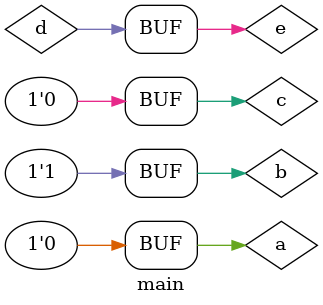
<source format=v>
module main;

wire	a;
reg 	b;
reg 	c;

wire	d;
wire 	e;
wire	f;
reg 	g;
wire	h;
reg	i;

initial begin
	$dumpfile( "assign.vcd" );
	$dumpvars( 0, main );
	b = 1'b1;
	c = 1'b1;
	#10;
	c = 1'b0;
end

assign a = b & c;
assign d = (e & f) | g;
assign e = (a ^ b) && (d || c);
assign f = ~(a !== b) ? (g <= d) == 4'o17 : ^b;
assign h = ~(g & i);

endmodule

</source>
